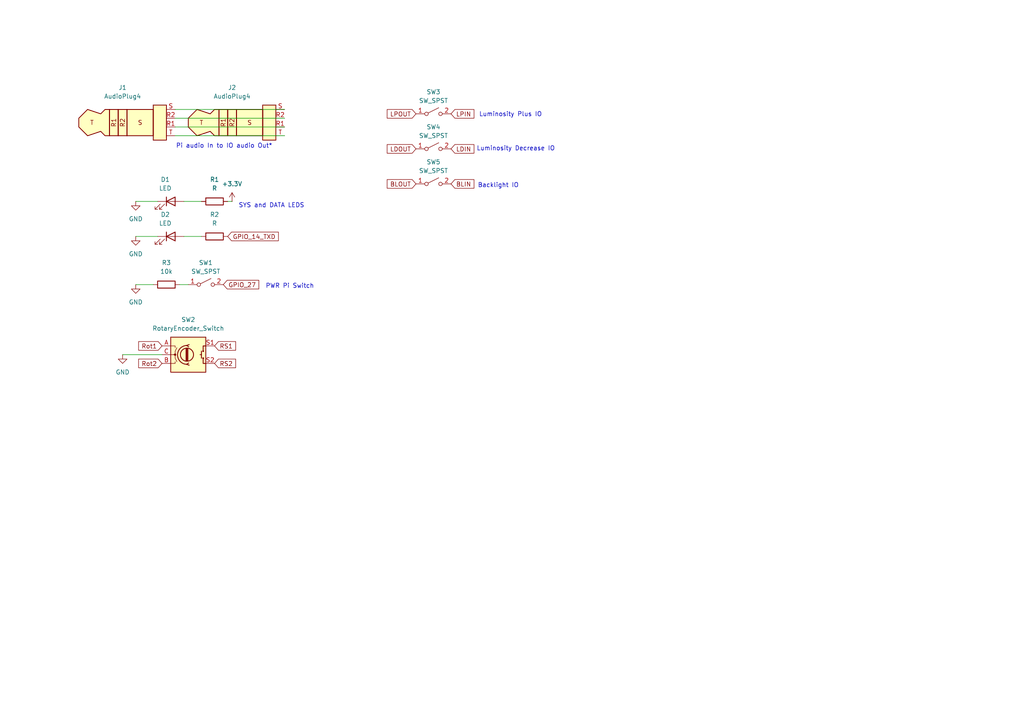
<source format=kicad_sch>
(kicad_sch
	(version 20231120)
	(generator "eeschema")
	(generator_version "8.0")
	(uuid "6c10436c-3a3d-4af3-91aa-0d462fb0b957")
	(paper "A4")
	(lib_symbols
		(symbol "Connector_Audio:AudioPlug4"
			(exclude_from_sim no)
			(in_bom yes)
			(on_board yes)
			(property "Reference" "J"
				(at 10.16 5.08 0)
				(effects
					(font
						(size 1.27 1.27)
					)
				)
			)
			(property "Value" "AudioPlug4"
				(at 11.43 -7.62 0)
				(effects
					(font
						(size 1.27 1.27)
					)
				)
			)
			(property "Footprint" ""
				(at 8.89 -2.54 0)
				(effects
					(font
						(size 1.27 1.27)
					)
					(hide yes)
				)
			)
			(property "Datasheet" "~"
				(at 8.89 -2.54 0)
				(effects
					(font
						(size 1.27 1.27)
					)
					(hide yes)
				)
			)
			(property "Description" "Audio Jack, 4 Poles (Stereo / TRRS)"
				(at 0 0 0)
				(effects
					(font
						(size 1.27 1.27)
					)
					(hide yes)
				)
			)
			(property "ki_keywords" "audio jack plug stereo headphones TRRS connector 2.5mm 3.5mm"
				(at 0 0 0)
				(effects
					(font
						(size 1.27 1.27)
					)
					(hide yes)
				)
			)
			(property "ki_fp_filters" "Plug*"
				(at 0 0 0)
				(effects
					(font
						(size 1.27 1.27)
					)
					(hide yes)
				)
			)
			(symbol "AudioPlug4_0_0"
				(text "R1"
					(at -2.54 -1.27 900)
					(effects
						(font
							(size 1.27 1.27)
						)
					)
				)
				(text "R2"
					(at 0 -1.27 900)
					(effects
						(font
							(size 1.27 1.27)
						)
					)
				)
				(text "S"
					(at 5.08 -1.27 0)
					(effects
						(font
							(size 1.27 1.27)
						)
					)
				)
				(text "T"
					(at -8.89 -1.27 0)
					(effects
						(font
							(size 1.27 1.27)
						)
					)
				)
			)
			(symbol "AudioPlug4_0_1"
				(rectangle
					(start -1.27 2.54)
					(end -3.81 -5.08)
					(stroke
						(width 0.254)
						(type default)
					)
					(fill
						(type background)
					)
				)
				(polyline
					(pts
						(xy -3.81 2.54) (xy -5.08 2.54) (xy -6.35 1.27) (xy -10.16 2.54) (xy -12.7 0) (xy -12.7 -2.54)
						(xy -10.16 -5.08) (xy -6.35 -3.81) (xy -5.08 -5.08) (xy -3.81 -5.08) (xy -3.81 2.54)
					)
					(stroke
						(width 0.254)
						(type default)
					)
					(fill
						(type background)
					)
				)
				(rectangle
					(start 1.27 2.54)
					(end -1.27 -5.08)
					(stroke
						(width 0.254)
						(type default)
					)
					(fill
						(type background)
					)
				)
				(rectangle
					(start 1.27 2.54)
					(end 8.89 -5.08)
					(stroke
						(width 0.254)
						(type default)
					)
					(fill
						(type background)
					)
				)
				(rectangle
					(start 12.7 3.81)
					(end 8.89 -6.35)
					(stroke
						(width 0.254)
						(type default)
					)
					(fill
						(type background)
					)
				)
			)
			(symbol "AudioPlug4_1_1"
				(pin passive line
					(at 15.24 -2.54 180)
					(length 2.54)
					(name "~"
						(effects
							(font
								(size 1.27 1.27)
							)
						)
					)
					(number "R1"
						(effects
							(font
								(size 1.27 1.27)
							)
						)
					)
				)
				(pin passive line
					(at 15.24 0 180)
					(length 2.54)
					(name "~"
						(effects
							(font
								(size 1.27 1.27)
							)
						)
					)
					(number "R2"
						(effects
							(font
								(size 1.27 1.27)
							)
						)
					)
				)
				(pin passive line
					(at 15.24 2.54 180)
					(length 2.54)
					(name "~"
						(effects
							(font
								(size 1.27 1.27)
							)
						)
					)
					(number "S"
						(effects
							(font
								(size 1.27 1.27)
							)
						)
					)
				)
				(pin passive line
					(at 15.24 -5.08 180)
					(length 2.54)
					(name "~"
						(effects
							(font
								(size 1.27 1.27)
							)
						)
					)
					(number "T"
						(effects
							(font
								(size 1.27 1.27)
							)
						)
					)
				)
			)
		)
		(symbol "Device:LED"
			(pin_numbers hide)
			(pin_names
				(offset 1.016) hide)
			(exclude_from_sim no)
			(in_bom yes)
			(on_board yes)
			(property "Reference" "D"
				(at 0 2.54 0)
				(effects
					(font
						(size 1.27 1.27)
					)
				)
			)
			(property "Value" "LED"
				(at 0 -2.54 0)
				(effects
					(font
						(size 1.27 1.27)
					)
				)
			)
			(property "Footprint" ""
				(at 0 0 0)
				(effects
					(font
						(size 1.27 1.27)
					)
					(hide yes)
				)
			)
			(property "Datasheet" "~"
				(at 0 0 0)
				(effects
					(font
						(size 1.27 1.27)
					)
					(hide yes)
				)
			)
			(property "Description" "Light emitting diode"
				(at 0 0 0)
				(effects
					(font
						(size 1.27 1.27)
					)
					(hide yes)
				)
			)
			(property "ki_keywords" "LED diode"
				(at 0 0 0)
				(effects
					(font
						(size 1.27 1.27)
					)
					(hide yes)
				)
			)
			(property "ki_fp_filters" "LED* LED_SMD:* LED_THT:*"
				(at 0 0 0)
				(effects
					(font
						(size 1.27 1.27)
					)
					(hide yes)
				)
			)
			(symbol "LED_0_1"
				(polyline
					(pts
						(xy -1.27 -1.27) (xy -1.27 1.27)
					)
					(stroke
						(width 0.254)
						(type default)
					)
					(fill
						(type none)
					)
				)
				(polyline
					(pts
						(xy -1.27 0) (xy 1.27 0)
					)
					(stroke
						(width 0)
						(type default)
					)
					(fill
						(type none)
					)
				)
				(polyline
					(pts
						(xy 1.27 -1.27) (xy 1.27 1.27) (xy -1.27 0) (xy 1.27 -1.27)
					)
					(stroke
						(width 0.254)
						(type default)
					)
					(fill
						(type none)
					)
				)
				(polyline
					(pts
						(xy -3.048 -0.762) (xy -4.572 -2.286) (xy -3.81 -2.286) (xy -4.572 -2.286) (xy -4.572 -1.524)
					)
					(stroke
						(width 0)
						(type default)
					)
					(fill
						(type none)
					)
				)
				(polyline
					(pts
						(xy -1.778 -0.762) (xy -3.302 -2.286) (xy -2.54 -2.286) (xy -3.302 -2.286) (xy -3.302 -1.524)
					)
					(stroke
						(width 0)
						(type default)
					)
					(fill
						(type none)
					)
				)
			)
			(symbol "LED_1_1"
				(pin passive line
					(at -3.81 0 0)
					(length 2.54)
					(name "K"
						(effects
							(font
								(size 1.27 1.27)
							)
						)
					)
					(number "1"
						(effects
							(font
								(size 1.27 1.27)
							)
						)
					)
				)
				(pin passive line
					(at 3.81 0 180)
					(length 2.54)
					(name "A"
						(effects
							(font
								(size 1.27 1.27)
							)
						)
					)
					(number "2"
						(effects
							(font
								(size 1.27 1.27)
							)
						)
					)
				)
			)
		)
		(symbol "Device:R"
			(pin_numbers hide)
			(pin_names
				(offset 0)
			)
			(exclude_from_sim no)
			(in_bom yes)
			(on_board yes)
			(property "Reference" "R"
				(at 2.032 0 90)
				(effects
					(font
						(size 1.27 1.27)
					)
				)
			)
			(property "Value" "R"
				(at 0 0 90)
				(effects
					(font
						(size 1.27 1.27)
					)
				)
			)
			(property "Footprint" ""
				(at -1.778 0 90)
				(effects
					(font
						(size 1.27 1.27)
					)
					(hide yes)
				)
			)
			(property "Datasheet" "~"
				(at 0 0 0)
				(effects
					(font
						(size 1.27 1.27)
					)
					(hide yes)
				)
			)
			(property "Description" "Resistor"
				(at 0 0 0)
				(effects
					(font
						(size 1.27 1.27)
					)
					(hide yes)
				)
			)
			(property "ki_keywords" "R res resistor"
				(at 0 0 0)
				(effects
					(font
						(size 1.27 1.27)
					)
					(hide yes)
				)
			)
			(property "ki_fp_filters" "R_*"
				(at 0 0 0)
				(effects
					(font
						(size 1.27 1.27)
					)
					(hide yes)
				)
			)
			(symbol "R_0_1"
				(rectangle
					(start -1.016 -2.54)
					(end 1.016 2.54)
					(stroke
						(width 0.254)
						(type default)
					)
					(fill
						(type none)
					)
				)
			)
			(symbol "R_1_1"
				(pin passive line
					(at 0 3.81 270)
					(length 1.27)
					(name "~"
						(effects
							(font
								(size 1.27 1.27)
							)
						)
					)
					(number "1"
						(effects
							(font
								(size 1.27 1.27)
							)
						)
					)
				)
				(pin passive line
					(at 0 -3.81 90)
					(length 1.27)
					(name "~"
						(effects
							(font
								(size 1.27 1.27)
							)
						)
					)
					(number "2"
						(effects
							(font
								(size 1.27 1.27)
							)
						)
					)
				)
			)
		)
		(symbol "Device:RotaryEncoder_Switch"
			(pin_names
				(offset 0.254) hide)
			(exclude_from_sim no)
			(in_bom yes)
			(on_board yes)
			(property "Reference" "SW"
				(at 0 6.604 0)
				(effects
					(font
						(size 1.27 1.27)
					)
				)
			)
			(property "Value" "RotaryEncoder_Switch"
				(at 0 -6.604 0)
				(effects
					(font
						(size 1.27 1.27)
					)
				)
			)
			(property "Footprint" ""
				(at -3.81 4.064 0)
				(effects
					(font
						(size 1.27 1.27)
					)
					(hide yes)
				)
			)
			(property "Datasheet" "~"
				(at 0 6.604 0)
				(effects
					(font
						(size 1.27 1.27)
					)
					(hide yes)
				)
			)
			(property "Description" "Rotary encoder, dual channel, incremental quadrate outputs, with switch"
				(at 0 0 0)
				(effects
					(font
						(size 1.27 1.27)
					)
					(hide yes)
				)
			)
			(property "ki_keywords" "rotary switch encoder switch push button"
				(at 0 0 0)
				(effects
					(font
						(size 1.27 1.27)
					)
					(hide yes)
				)
			)
			(property "ki_fp_filters" "RotaryEncoder*Switch*"
				(at 0 0 0)
				(effects
					(font
						(size 1.27 1.27)
					)
					(hide yes)
				)
			)
			(symbol "RotaryEncoder_Switch_0_1"
				(rectangle
					(start -5.08 5.08)
					(end 5.08 -5.08)
					(stroke
						(width 0.254)
						(type default)
					)
					(fill
						(type background)
					)
				)
				(circle
					(center -3.81 0)
					(radius 0.254)
					(stroke
						(width 0)
						(type default)
					)
					(fill
						(type outline)
					)
				)
				(circle
					(center -0.381 0)
					(radius 1.905)
					(stroke
						(width 0.254)
						(type default)
					)
					(fill
						(type none)
					)
				)
				(arc
					(start -0.381 2.667)
					(mid -3.0988 -0.0635)
					(end -0.381 -2.794)
					(stroke
						(width 0.254)
						(type default)
					)
					(fill
						(type none)
					)
				)
				(polyline
					(pts
						(xy -0.635 -1.778) (xy -0.635 1.778)
					)
					(stroke
						(width 0.254)
						(type default)
					)
					(fill
						(type none)
					)
				)
				(polyline
					(pts
						(xy -0.381 -1.778) (xy -0.381 1.778)
					)
					(stroke
						(width 0.254)
						(type default)
					)
					(fill
						(type none)
					)
				)
				(polyline
					(pts
						(xy -0.127 1.778) (xy -0.127 -1.778)
					)
					(stroke
						(width 0.254)
						(type default)
					)
					(fill
						(type none)
					)
				)
				(polyline
					(pts
						(xy 3.81 0) (xy 3.429 0)
					)
					(stroke
						(width 0.254)
						(type default)
					)
					(fill
						(type none)
					)
				)
				(polyline
					(pts
						(xy 3.81 1.016) (xy 3.81 -1.016)
					)
					(stroke
						(width 0.254)
						(type default)
					)
					(fill
						(type none)
					)
				)
				(polyline
					(pts
						(xy -5.08 -2.54) (xy -3.81 -2.54) (xy -3.81 -2.032)
					)
					(stroke
						(width 0)
						(type default)
					)
					(fill
						(type none)
					)
				)
				(polyline
					(pts
						(xy -5.08 2.54) (xy -3.81 2.54) (xy -3.81 2.032)
					)
					(stroke
						(width 0)
						(type default)
					)
					(fill
						(type none)
					)
				)
				(polyline
					(pts
						(xy 0.254 -3.048) (xy -0.508 -2.794) (xy 0.127 -2.413)
					)
					(stroke
						(width 0.254)
						(type default)
					)
					(fill
						(type none)
					)
				)
				(polyline
					(pts
						(xy 0.254 2.921) (xy -0.508 2.667) (xy 0.127 2.286)
					)
					(stroke
						(width 0.254)
						(type default)
					)
					(fill
						(type none)
					)
				)
				(polyline
					(pts
						(xy 5.08 -2.54) (xy 4.318 -2.54) (xy 4.318 -1.016)
					)
					(stroke
						(width 0.254)
						(type default)
					)
					(fill
						(type none)
					)
				)
				(polyline
					(pts
						(xy 5.08 2.54) (xy 4.318 2.54) (xy 4.318 1.016)
					)
					(stroke
						(width 0.254)
						(type default)
					)
					(fill
						(type none)
					)
				)
				(polyline
					(pts
						(xy -5.08 0) (xy -3.81 0) (xy -3.81 -1.016) (xy -3.302 -2.032)
					)
					(stroke
						(width 0)
						(type default)
					)
					(fill
						(type none)
					)
				)
				(polyline
					(pts
						(xy -4.318 0) (xy -3.81 0) (xy -3.81 1.016) (xy -3.302 2.032)
					)
					(stroke
						(width 0)
						(type default)
					)
					(fill
						(type none)
					)
				)
				(circle
					(center 4.318 -1.016)
					(radius 0.127)
					(stroke
						(width 0.254)
						(type default)
					)
					(fill
						(type none)
					)
				)
				(circle
					(center 4.318 1.016)
					(radius 0.127)
					(stroke
						(width 0.254)
						(type default)
					)
					(fill
						(type none)
					)
				)
			)
			(symbol "RotaryEncoder_Switch_1_1"
				(pin passive line
					(at -7.62 2.54 0)
					(length 2.54)
					(name "A"
						(effects
							(font
								(size 1.27 1.27)
							)
						)
					)
					(number "A"
						(effects
							(font
								(size 1.27 1.27)
							)
						)
					)
				)
				(pin passive line
					(at -7.62 -2.54 0)
					(length 2.54)
					(name "B"
						(effects
							(font
								(size 1.27 1.27)
							)
						)
					)
					(number "B"
						(effects
							(font
								(size 1.27 1.27)
							)
						)
					)
				)
				(pin passive line
					(at -7.62 0 0)
					(length 2.54)
					(name "C"
						(effects
							(font
								(size 1.27 1.27)
							)
						)
					)
					(number "C"
						(effects
							(font
								(size 1.27 1.27)
							)
						)
					)
				)
				(pin passive line
					(at 7.62 2.54 180)
					(length 2.54)
					(name "S1"
						(effects
							(font
								(size 1.27 1.27)
							)
						)
					)
					(number "S1"
						(effects
							(font
								(size 1.27 1.27)
							)
						)
					)
				)
				(pin passive line
					(at 7.62 -2.54 180)
					(length 2.54)
					(name "S2"
						(effects
							(font
								(size 1.27 1.27)
							)
						)
					)
					(number "S2"
						(effects
							(font
								(size 1.27 1.27)
							)
						)
					)
				)
			)
		)
		(symbol "Switch:SW_SPST"
			(pin_names
				(offset 0) hide)
			(exclude_from_sim no)
			(in_bom yes)
			(on_board yes)
			(property "Reference" "SW"
				(at 0 3.175 0)
				(effects
					(font
						(size 1.27 1.27)
					)
				)
			)
			(property "Value" "SW_SPST"
				(at 0 -2.54 0)
				(effects
					(font
						(size 1.27 1.27)
					)
				)
			)
			(property "Footprint" ""
				(at 0 0 0)
				(effects
					(font
						(size 1.27 1.27)
					)
					(hide yes)
				)
			)
			(property "Datasheet" "~"
				(at 0 0 0)
				(effects
					(font
						(size 1.27 1.27)
					)
					(hide yes)
				)
			)
			(property "Description" "Single Pole Single Throw (SPST) switch"
				(at 0 0 0)
				(effects
					(font
						(size 1.27 1.27)
					)
					(hide yes)
				)
			)
			(property "ki_keywords" "switch lever"
				(at 0 0 0)
				(effects
					(font
						(size 1.27 1.27)
					)
					(hide yes)
				)
			)
			(symbol "SW_SPST_0_0"
				(circle
					(center -2.032 0)
					(radius 0.508)
					(stroke
						(width 0)
						(type default)
					)
					(fill
						(type none)
					)
				)
				(polyline
					(pts
						(xy -1.524 0.254) (xy 1.524 1.778)
					)
					(stroke
						(width 0)
						(type default)
					)
					(fill
						(type none)
					)
				)
				(circle
					(center 2.032 0)
					(radius 0.508)
					(stroke
						(width 0)
						(type default)
					)
					(fill
						(type none)
					)
				)
			)
			(symbol "SW_SPST_1_1"
				(pin passive line
					(at -5.08 0 0)
					(length 2.54)
					(name "A"
						(effects
							(font
								(size 1.27 1.27)
							)
						)
					)
					(number "1"
						(effects
							(font
								(size 1.27 1.27)
							)
						)
					)
				)
				(pin passive line
					(at 5.08 0 180)
					(length 2.54)
					(name "B"
						(effects
							(font
								(size 1.27 1.27)
							)
						)
					)
					(number "2"
						(effects
							(font
								(size 1.27 1.27)
							)
						)
					)
				)
			)
		)
		(symbol "power:+3.3V"
			(power)
			(pin_numbers hide)
			(pin_names
				(offset 0) hide)
			(exclude_from_sim no)
			(in_bom yes)
			(on_board yes)
			(property "Reference" "#PWR"
				(at 0 -3.81 0)
				(effects
					(font
						(size 1.27 1.27)
					)
					(hide yes)
				)
			)
			(property "Value" "+3.3V"
				(at 0 3.556 0)
				(effects
					(font
						(size 1.27 1.27)
					)
				)
			)
			(property "Footprint" ""
				(at 0 0 0)
				(effects
					(font
						(size 1.27 1.27)
					)
					(hide yes)
				)
			)
			(property "Datasheet" ""
				(at 0 0 0)
				(effects
					(font
						(size 1.27 1.27)
					)
					(hide yes)
				)
			)
			(property "Description" "Power symbol creates a global label with name \"+3.3V\""
				(at 0 0 0)
				(effects
					(font
						(size 1.27 1.27)
					)
					(hide yes)
				)
			)
			(property "ki_keywords" "global power"
				(at 0 0 0)
				(effects
					(font
						(size 1.27 1.27)
					)
					(hide yes)
				)
			)
			(symbol "+3.3V_0_1"
				(polyline
					(pts
						(xy -0.762 1.27) (xy 0 2.54)
					)
					(stroke
						(width 0)
						(type default)
					)
					(fill
						(type none)
					)
				)
				(polyline
					(pts
						(xy 0 0) (xy 0 2.54)
					)
					(stroke
						(width 0)
						(type default)
					)
					(fill
						(type none)
					)
				)
				(polyline
					(pts
						(xy 0 2.54) (xy 0.762 1.27)
					)
					(stroke
						(width 0)
						(type default)
					)
					(fill
						(type none)
					)
				)
			)
			(symbol "+3.3V_1_1"
				(pin power_in line
					(at 0 0 90)
					(length 0)
					(name "~"
						(effects
							(font
								(size 1.27 1.27)
							)
						)
					)
					(number "1"
						(effects
							(font
								(size 1.27 1.27)
							)
						)
					)
				)
			)
		)
		(symbol "power:GND"
			(power)
			(pin_numbers hide)
			(pin_names
				(offset 0) hide)
			(exclude_from_sim no)
			(in_bom yes)
			(on_board yes)
			(property "Reference" "#PWR"
				(at 0 -6.35 0)
				(effects
					(font
						(size 1.27 1.27)
					)
					(hide yes)
				)
			)
			(property "Value" "GND"
				(at 0 -3.81 0)
				(effects
					(font
						(size 1.27 1.27)
					)
				)
			)
			(property "Footprint" ""
				(at 0 0 0)
				(effects
					(font
						(size 1.27 1.27)
					)
					(hide yes)
				)
			)
			(property "Datasheet" ""
				(at 0 0 0)
				(effects
					(font
						(size 1.27 1.27)
					)
					(hide yes)
				)
			)
			(property "Description" "Power symbol creates a global label with name \"GND\" , ground"
				(at 0 0 0)
				(effects
					(font
						(size 1.27 1.27)
					)
					(hide yes)
				)
			)
			(property "ki_keywords" "global power"
				(at 0 0 0)
				(effects
					(font
						(size 1.27 1.27)
					)
					(hide yes)
				)
			)
			(symbol "GND_0_1"
				(polyline
					(pts
						(xy 0 0) (xy 0 -1.27) (xy 1.27 -1.27) (xy 0 -2.54) (xy -1.27 -1.27) (xy 0 -1.27)
					)
					(stroke
						(width 0)
						(type default)
					)
					(fill
						(type none)
					)
				)
			)
			(symbol "GND_1_1"
				(pin power_in line
					(at 0 0 270)
					(length 0)
					(name "~"
						(effects
							(font
								(size 1.27 1.27)
							)
						)
					)
					(number "1"
						(effects
							(font
								(size 1.27 1.27)
							)
						)
					)
				)
			)
		)
	)
	(wire
		(pts
			(xy 39.37 58.42) (xy 45.72 58.42)
		)
		(stroke
			(width 0)
			(type default)
		)
		(uuid "2143474d-68b1-40aa-aef6-f43f7eca775b")
	)
	(wire
		(pts
			(xy 50.8 36.83) (xy 82.55 36.83)
		)
		(stroke
			(width 0)
			(type default)
		)
		(uuid "26512ea7-e282-4285-b2e3-2042fd2d2ee2")
	)
	(wire
		(pts
			(xy 67.31 58.42) (xy 66.04 58.42)
		)
		(stroke
			(width 0)
			(type default)
		)
		(uuid "3c0f7e78-85b8-451e-8474-abbdbb292c9a")
	)
	(wire
		(pts
			(xy 39.37 68.58) (xy 45.72 68.58)
		)
		(stroke
			(width 0)
			(type default)
		)
		(uuid "4978f22d-4b01-41eb-811a-7c1ac737bdf8")
	)
	(wire
		(pts
			(xy 50.8 34.29) (xy 82.55 34.29)
		)
		(stroke
			(width 0)
			(type default)
		)
		(uuid "4cfdfa01-a097-4738-af76-8ff982bb1e5a")
	)
	(wire
		(pts
			(xy 35.56 102.87) (xy 46.99 102.87)
		)
		(stroke
			(width 0)
			(type default)
		)
		(uuid "9f735726-150c-4f1d-ab40-4e386cc2dded")
	)
	(wire
		(pts
			(xy 50.8 31.75) (xy 82.55 31.75)
		)
		(stroke
			(width 0)
			(type default)
		)
		(uuid "b3fb4dda-bc5a-4a00-96c3-bd49b33e7b29")
	)
	(wire
		(pts
			(xy 53.34 58.42) (xy 58.42 58.42)
		)
		(stroke
			(width 0)
			(type default)
		)
		(uuid "bba671ea-6907-485a-9713-e48843d31bc5")
	)
	(wire
		(pts
			(xy 39.37 82.55) (xy 44.45 82.55)
		)
		(stroke
			(width 0)
			(type default)
		)
		(uuid "c3b97ec5-9bfa-4d31-a72e-396ef741e687")
	)
	(wire
		(pts
			(xy 52.07 82.55) (xy 54.61 82.55)
		)
		(stroke
			(width 0)
			(type default)
		)
		(uuid "e1a851d6-5c01-4b64-b218-d3ccf6a495fc")
	)
	(wire
		(pts
			(xy 50.8 39.37) (xy 82.55 39.37)
		)
		(stroke
			(width 0)
			(type default)
		)
		(uuid "e1ea07dc-1cfb-4384-a361-79bed42cf817")
	)
	(wire
		(pts
			(xy 53.34 68.58) (xy 58.42 68.58)
		)
		(stroke
			(width 0)
			(type default)
		)
		(uuid "e30e0860-251e-46a0-a767-a9394c5cd855")
	)
	(text "PWR Pi Switch\n"
		(exclude_from_sim no)
		(at 84.074 83.058 0)
		(effects
			(font
				(size 1.27 1.27)
			)
		)
		(uuid "00a0920c-229e-4a0f-b4ea-599dd88010e8")
	)
	(text "Backlight IO\n"
		(exclude_from_sim no)
		(at 144.526 53.848 0)
		(effects
			(font
				(size 1.27 1.27)
			)
		)
		(uuid "18c94bd9-f114-4d54-9ccf-dd84693b8766")
	)
	(text "Pi audio In to IO audio Out*"
		(exclude_from_sim no)
		(at 65.024 42.418 0)
		(effects
			(font
				(size 1.27 1.27)
			)
		)
		(uuid "4f7474e6-2007-4963-8e90-607f43d53a99")
	)
	(text "Luminosity Decrease IO"
		(exclude_from_sim no)
		(at 149.606 43.18 0)
		(effects
			(font
				(size 1.27 1.27)
			)
		)
		(uuid "9ef8f39d-e606-480c-9019-3c0fd84a48ab")
	)
	(text "SYS and DATA LEDS\n\n"
		(exclude_from_sim no)
		(at 78.74 60.706 0)
		(effects
			(font
				(size 1.27 1.27)
			)
		)
		(uuid "a0799788-7feb-4c3d-9a2c-217bb82ddcd4")
	)
	(text "Luminosity Plus IO"
		(exclude_from_sim no)
		(at 148.082 33.274 0)
		(effects
			(font
				(size 1.27 1.27)
			)
		)
		(uuid "d46d3349-921e-44ab-843f-2736b6019093")
	)
	(global_label "LPOUT"
		(shape input)
		(at 120.65 33.02 180)
		(fields_autoplaced yes)
		(effects
			(font
				(size 1.27 1.27)
			)
			(justify right)
		)
		(uuid "00549251-51b0-4c25-96c4-f98474bfd494")
		(property "Intersheetrefs" "${INTERSHEET_REFS}"
			(at 111.7381 33.02 0)
			(effects
				(font
					(size 1.27 1.27)
				)
				(justify right)
				(hide yes)
			)
		)
	)
	(global_label "BLIN"
		(shape input)
		(at 130.81 53.34 0)
		(fields_autoplaced yes)
		(effects
			(font
				(size 1.27 1.27)
			)
			(justify left)
		)
		(uuid "195be370-756e-4471-8513-e1d3257b59a1")
		(property "Intersheetrefs" "${INTERSHEET_REFS}"
			(at 138.0286 53.34 0)
			(effects
				(font
					(size 1.27 1.27)
				)
				(justify left)
				(hide yes)
			)
		)
	)
	(global_label "Rot1"
		(shape input)
		(at 46.99 100.33 180)
		(fields_autoplaced yes)
		(effects
			(font
				(size 1.27 1.27)
			)
			(justify right)
		)
		(uuid "1bff5a31-fddd-4376-be9b-451b5858d4ab")
		(property "Intersheetrefs" "${INTERSHEET_REFS}"
			(at 39.6506 100.33 0)
			(effects
				(font
					(size 1.27 1.27)
				)
				(justify right)
				(hide yes)
			)
		)
	)
	(global_label "LDIN"
		(shape input)
		(at 130.81 43.18 0)
		(fields_autoplaced yes)
		(effects
			(font
				(size 1.27 1.27)
			)
			(justify left)
		)
		(uuid "1edba73b-cd85-4fbe-9759-734ae67c5472")
		(property "Intersheetrefs" "${INTERSHEET_REFS}"
			(at 138.0286 43.18 0)
			(effects
				(font
					(size 1.27 1.27)
				)
				(justify left)
				(hide yes)
			)
		)
	)
	(global_label "GPIO_27"
		(shape input)
		(at 64.77 82.55 0)
		(fields_autoplaced yes)
		(effects
			(font
				(size 1.27 1.27)
			)
			(justify left)
		)
		(uuid "30634d75-4a06-4a76-83d1-2be7a631ac10")
		(property "Intersheetrefs" "${INTERSHEET_REFS}"
			(at 75.6171 82.55 0)
			(effects
				(font
					(size 1.27 1.27)
				)
				(justify left)
				(hide yes)
			)
		)
	)
	(global_label "RS2"
		(shape input)
		(at 62.23 105.41 0)
		(fields_autoplaced yes)
		(effects
			(font
				(size 1.27 1.27)
			)
			(justify left)
		)
		(uuid "3494ba4b-a251-4277-9a92-728c8bc140c6")
		(property "Intersheetrefs" "${INTERSHEET_REFS}"
			(at 68.9042 105.41 0)
			(effects
				(font
					(size 1.27 1.27)
				)
				(justify left)
				(hide yes)
			)
		)
	)
	(global_label "LPIN"
		(shape input)
		(at 130.81 33.02 0)
		(fields_autoplaced yes)
		(effects
			(font
				(size 1.27 1.27)
			)
			(justify left)
		)
		(uuid "34cc6d0a-1547-4528-b91a-053754e85a0d")
		(property "Intersheetrefs" "${INTERSHEET_REFS}"
			(at 138.0286 33.02 0)
			(effects
				(font
					(size 1.27 1.27)
				)
				(justify left)
				(hide yes)
			)
		)
	)
	(global_label "GPIO_14_TXD"
		(shape input)
		(at 66.04 68.58 0)
		(fields_autoplaced yes)
		(effects
			(font
				(size 1.27 1.27)
			)
			(justify left)
		)
		(uuid "38a611b6-949d-4b28-bb45-3da47543d99c")
		(property "Intersheetrefs" "${INTERSHEET_REFS}"
			(at 81.3018 68.58 0)
			(effects
				(font
					(size 1.27 1.27)
				)
				(justify left)
				(hide yes)
			)
		)
	)
	(global_label "Rot2"
		(shape input)
		(at 46.99 105.41 180)
		(fields_autoplaced yes)
		(effects
			(font
				(size 1.27 1.27)
			)
			(justify right)
		)
		(uuid "4175183e-c0b1-4fc4-ac70-084b5c1827f5")
		(property "Intersheetrefs" "${INTERSHEET_REFS}"
			(at 39.6506 105.41 0)
			(effects
				(font
					(size 1.27 1.27)
				)
				(justify right)
				(hide yes)
			)
		)
	)
	(global_label "RS1"
		(shape input)
		(at 62.23 100.33 0)
		(fields_autoplaced yes)
		(effects
			(font
				(size 1.27 1.27)
			)
			(justify left)
		)
		(uuid "6f5030d4-c37e-496f-8c35-ff28fbe42825")
		(property "Intersheetrefs" "${INTERSHEET_REFS}"
			(at 68.9042 100.33 0)
			(effects
				(font
					(size 1.27 1.27)
				)
				(justify left)
				(hide yes)
			)
		)
	)
	(global_label "LDOUT"
		(shape input)
		(at 120.65 43.18 180)
		(fields_autoplaced yes)
		(effects
			(font
				(size 1.27 1.27)
			)
			(justify right)
		)
		(uuid "b91c5929-de82-4f3e-a11c-40fe1014e759")
		(property "Intersheetrefs" "${INTERSHEET_REFS}"
			(at 111.7381 43.18 0)
			(effects
				(font
					(size 1.27 1.27)
				)
				(justify right)
				(hide yes)
			)
		)
	)
	(global_label "BLOUT"
		(shape input)
		(at 120.65 53.34 180)
		(fields_autoplaced yes)
		(effects
			(font
				(size 1.27 1.27)
			)
			(justify right)
		)
		(uuid "c015cb0d-4e08-46cd-8416-9bc5b7c5c9cf")
		(property "Intersheetrefs" "${INTERSHEET_REFS}"
			(at 111.7381 53.34 0)
			(effects
				(font
					(size 1.27 1.27)
				)
				(justify right)
				(hide yes)
			)
		)
	)
	(symbol
		(lib_id "power:GND")
		(at 35.56 102.87 0)
		(unit 1)
		(exclude_from_sim no)
		(in_bom yes)
		(on_board yes)
		(dnp no)
		(fields_autoplaced yes)
		(uuid "2199bd31-a4ed-4ae8-8f99-ba96657ff04a")
		(property "Reference" "#PWR04"
			(at 35.56 109.22 0)
			(effects
				(font
					(size 1.27 1.27)
				)
				(hide yes)
			)
		)
		(property "Value" "GND"
			(at 35.56 107.95 0)
			(effects
				(font
					(size 1.27 1.27)
				)
			)
		)
		(property "Footprint" ""
			(at 35.56 102.87 0)
			(effects
				(font
					(size 1.27 1.27)
				)
				(hide yes)
			)
		)
		(property "Datasheet" ""
			(at 35.56 102.87 0)
			(effects
				(font
					(size 1.27 1.27)
				)
				(hide yes)
			)
		)
		(property "Description" "Power symbol creates a global label with name \"GND\" , ground"
			(at 35.56 102.87 0)
			(effects
				(font
					(size 1.27 1.27)
				)
				(hide yes)
			)
		)
		(pin "1"
			(uuid "5764d266-675d-42dc-ae17-2912a5411b96")
		)
		(instances
			(project "FIO"
				(path "/6c10436c-3a3d-4af3-91aa-0d462fb0b957"
					(reference "#PWR04")
					(unit 1)
				)
			)
		)
	)
	(symbol
		(lib_id "Switch:SW_SPST")
		(at 125.73 43.18 0)
		(unit 1)
		(exclude_from_sim no)
		(in_bom yes)
		(on_board yes)
		(dnp no)
		(fields_autoplaced yes)
		(uuid "2562c75b-0f66-4909-897e-ceb73797328a")
		(property "Reference" "SW4"
			(at 125.73 36.83 0)
			(effects
				(font
					(size 1.27 1.27)
				)
			)
		)
		(property "Value" "SW_SPST"
			(at 125.73 39.37 0)
			(effects
				(font
					(size 1.27 1.27)
				)
			)
		)
		(property "Footprint" ""
			(at 125.73 43.18 0)
			(effects
				(font
					(size 1.27 1.27)
				)
				(hide yes)
			)
		)
		(property "Datasheet" "~"
			(at 125.73 43.18 0)
			(effects
				(font
					(size 1.27 1.27)
				)
				(hide yes)
			)
		)
		(property "Description" "Single Pole Single Throw (SPST) switch"
			(at 125.73 43.18 0)
			(effects
				(font
					(size 1.27 1.27)
				)
				(hide yes)
			)
		)
		(pin "1"
			(uuid "00fca316-6f3c-4920-9569-a01924af9bd3")
		)
		(pin "2"
			(uuid "f7b1901f-24ad-49ec-8190-1f959fd36005")
		)
		(instances
			(project "FIO"
				(path "/6c10436c-3a3d-4af3-91aa-0d462fb0b957"
					(reference "SW4")
					(unit 1)
				)
			)
		)
	)
	(symbol
		(lib_id "Switch:SW_SPST")
		(at 125.73 53.34 0)
		(unit 1)
		(exclude_from_sim no)
		(in_bom yes)
		(on_board yes)
		(dnp no)
		(fields_autoplaced yes)
		(uuid "34b166b1-f40e-4684-9890-2afc9e9e7ada")
		(property "Reference" "SW5"
			(at 125.73 46.99 0)
			(effects
				(font
					(size 1.27 1.27)
				)
			)
		)
		(property "Value" "SW_SPST"
			(at 125.73 49.53 0)
			(effects
				(font
					(size 1.27 1.27)
				)
			)
		)
		(property "Footprint" ""
			(at 125.73 53.34 0)
			(effects
				(font
					(size 1.27 1.27)
				)
				(hide yes)
			)
		)
		(property "Datasheet" "~"
			(at 125.73 53.34 0)
			(effects
				(font
					(size 1.27 1.27)
				)
				(hide yes)
			)
		)
		(property "Description" "Single Pole Single Throw (SPST) switch"
			(at 125.73 53.34 0)
			(effects
				(font
					(size 1.27 1.27)
				)
				(hide yes)
			)
		)
		(pin "1"
			(uuid "aabf8910-6ad7-4dab-9d15-bc94ed1ed6e3")
		)
		(pin "2"
			(uuid "4256ea13-6921-4d0a-8160-e208ee38c7b8")
		)
		(instances
			(project "FIO"
				(path "/6c10436c-3a3d-4af3-91aa-0d462fb0b957"
					(reference "SW5")
					(unit 1)
				)
			)
		)
	)
	(symbol
		(lib_id "Device:R")
		(at 62.23 68.58 90)
		(unit 1)
		(exclude_from_sim no)
		(in_bom yes)
		(on_board yes)
		(dnp no)
		(fields_autoplaced yes)
		(uuid "4e0af8a5-6276-4a67-ab54-cb7e8a562940")
		(property "Reference" "R2"
			(at 62.23 62.23 90)
			(effects
				(font
					(size 1.27 1.27)
				)
			)
		)
		(property "Value" "R"
			(at 62.23 64.77 90)
			(effects
				(font
					(size 1.27 1.27)
				)
			)
		)
		(property "Footprint" ""
			(at 62.23 70.358 90)
			(effects
				(font
					(size 1.27 1.27)
				)
				(hide yes)
			)
		)
		(property "Datasheet" "~"
			(at 62.23 68.58 0)
			(effects
				(font
					(size 1.27 1.27)
				)
				(hide yes)
			)
		)
		(property "Description" "Resistor"
			(at 62.23 68.58 0)
			(effects
				(font
					(size 1.27 1.27)
				)
				(hide yes)
			)
		)
		(pin "2"
			(uuid "e69e95d9-6661-425d-b3a5-fcd86c1cef4a")
		)
		(pin "1"
			(uuid "466a5606-8e6b-40ef-a0d2-ade59b45502b")
		)
		(instances
			(project "FIO"
				(path "/6c10436c-3a3d-4af3-91aa-0d462fb0b957"
					(reference "R2")
					(unit 1)
				)
			)
		)
	)
	(symbol
		(lib_id "power:GND")
		(at 39.37 82.55 0)
		(unit 1)
		(exclude_from_sim no)
		(in_bom yes)
		(on_board yes)
		(dnp no)
		(fields_autoplaced yes)
		(uuid "641c48f5-dc3d-4269-87c4-15e97d7e7812")
		(property "Reference" "#PWR03"
			(at 39.37 88.9 0)
			(effects
				(font
					(size 1.27 1.27)
				)
				(hide yes)
			)
		)
		(property "Value" "GND"
			(at 39.37 87.63 0)
			(effects
				(font
					(size 1.27 1.27)
				)
			)
		)
		(property "Footprint" ""
			(at 39.37 82.55 0)
			(effects
				(font
					(size 1.27 1.27)
				)
				(hide yes)
			)
		)
		(property "Datasheet" ""
			(at 39.37 82.55 0)
			(effects
				(font
					(size 1.27 1.27)
				)
				(hide yes)
			)
		)
		(property "Description" "Power symbol creates a global label with name \"GND\" , ground"
			(at 39.37 82.55 0)
			(effects
				(font
					(size 1.27 1.27)
				)
				(hide yes)
			)
		)
		(pin "1"
			(uuid "5daffc9b-391a-4137-ba1a-1f93f77b09b4")
		)
		(instances
			(project "FIO"
				(path "/6c10436c-3a3d-4af3-91aa-0d462fb0b957"
					(reference "#PWR03")
					(unit 1)
				)
			)
		)
	)
	(symbol
		(lib_id "Device:RotaryEncoder_Switch")
		(at 54.61 102.87 0)
		(unit 1)
		(exclude_from_sim no)
		(in_bom yes)
		(on_board yes)
		(dnp no)
		(fields_autoplaced yes)
		(uuid "65accc30-ba9b-425b-a4e8-3da32db0d635")
		(property "Reference" "SW2"
			(at 54.61 92.71 0)
			(effects
				(font
					(size 1.27 1.27)
				)
			)
		)
		(property "Value" "RotaryEncoder_Switch"
			(at 54.61 95.25 0)
			(effects
				(font
					(size 1.27 1.27)
				)
			)
		)
		(property "Footprint" ""
			(at 50.8 98.806 0)
			(effects
				(font
					(size 1.27 1.27)
				)
				(hide yes)
			)
		)
		(property "Datasheet" "~"
			(at 54.61 96.266 0)
			(effects
				(font
					(size 1.27 1.27)
				)
				(hide yes)
			)
		)
		(property "Description" "Rotary encoder, dual channel, incremental quadrate outputs, with switch"
			(at 54.61 102.87 0)
			(effects
				(font
					(size 1.27 1.27)
				)
				(hide yes)
			)
		)
		(pin "S1"
			(uuid "49d4f1f9-423e-4b26-942a-2eaa030a8749")
		)
		(pin "A"
			(uuid "8f1beebd-35fc-4f0c-bca2-33edeb260a45")
		)
		(pin "B"
			(uuid "c916b8e4-5889-42be-9165-1bd3d8faee9c")
		)
		(pin "C"
			(uuid "74aa4b4a-b6eb-47fa-ac41-180d23554ae9")
		)
		(pin "S2"
			(uuid "d1d346d5-184e-4f94-9e52-16ac1a9e3d3f")
		)
		(instances
			(project "FIO"
				(path "/6c10436c-3a3d-4af3-91aa-0d462fb0b957"
					(reference "SW2")
					(unit 1)
				)
			)
		)
	)
	(symbol
		(lib_id "power:GND")
		(at 39.37 68.58 0)
		(unit 1)
		(exclude_from_sim no)
		(in_bom yes)
		(on_board yes)
		(dnp no)
		(fields_autoplaced yes)
		(uuid "7f7a83ef-f9a2-4404-bbc8-eed81eb3c6d4")
		(property "Reference" "#PWR02"
			(at 39.37 74.93 0)
			(effects
				(font
					(size 1.27 1.27)
				)
				(hide yes)
			)
		)
		(property "Value" "GND"
			(at 39.37 73.66 0)
			(effects
				(font
					(size 1.27 1.27)
				)
			)
		)
		(property "Footprint" ""
			(at 39.37 68.58 0)
			(effects
				(font
					(size 1.27 1.27)
				)
				(hide yes)
			)
		)
		(property "Datasheet" ""
			(at 39.37 68.58 0)
			(effects
				(font
					(size 1.27 1.27)
				)
				(hide yes)
			)
		)
		(property "Description" "Power symbol creates a global label with name \"GND\" , ground"
			(at 39.37 68.58 0)
			(effects
				(font
					(size 1.27 1.27)
				)
				(hide yes)
			)
		)
		(pin "1"
			(uuid "862d451f-6f0b-4db8-9f88-cb706182f7a1")
		)
		(instances
			(project "FIO"
				(path "/6c10436c-3a3d-4af3-91aa-0d462fb0b957"
					(reference "#PWR02")
					(unit 1)
				)
			)
		)
	)
	(symbol
		(lib_id "Switch:SW_SPST")
		(at 125.73 33.02 0)
		(unit 1)
		(exclude_from_sim no)
		(in_bom yes)
		(on_board yes)
		(dnp no)
		(fields_autoplaced yes)
		(uuid "8051f6e5-a950-41f5-99a9-529c028be761")
		(property "Reference" "SW3"
			(at 125.73 26.67 0)
			(effects
				(font
					(size 1.27 1.27)
				)
			)
		)
		(property "Value" "SW_SPST"
			(at 125.73 29.21 0)
			(effects
				(font
					(size 1.27 1.27)
				)
			)
		)
		(property "Footprint" ""
			(at 125.73 33.02 0)
			(effects
				(font
					(size 1.27 1.27)
				)
				(hide yes)
			)
		)
		(property "Datasheet" "~"
			(at 125.73 33.02 0)
			(effects
				(font
					(size 1.27 1.27)
				)
				(hide yes)
			)
		)
		(property "Description" "Single Pole Single Throw (SPST) switch"
			(at 125.73 33.02 0)
			(effects
				(font
					(size 1.27 1.27)
				)
				(hide yes)
			)
		)
		(pin "1"
			(uuid "91ffed84-d15a-4f4b-a341-895eb96a012a")
		)
		(pin "2"
			(uuid "8676e08a-82d1-49f5-9356-97811088625c")
		)
		(instances
			(project "FIO"
				(path "/6c10436c-3a3d-4af3-91aa-0d462fb0b957"
					(reference "SW3")
					(unit 1)
				)
			)
		)
	)
	(symbol
		(lib_id "Switch:SW_SPST")
		(at 59.69 82.55 0)
		(unit 1)
		(exclude_from_sim no)
		(in_bom yes)
		(on_board yes)
		(dnp no)
		(fields_autoplaced yes)
		(uuid "86e2a53e-7822-4e09-9306-1f74bf106609")
		(property "Reference" "SW1"
			(at 59.69 76.2 0)
			(effects
				(font
					(size 1.27 1.27)
				)
			)
		)
		(property "Value" "SW_SPST"
			(at 59.69 78.74 0)
			(effects
				(font
					(size 1.27 1.27)
				)
			)
		)
		(property "Footprint" ""
			(at 59.69 82.55 0)
			(effects
				(font
					(size 1.27 1.27)
				)
				(hide yes)
			)
		)
		(property "Datasheet" "~"
			(at 59.69 82.55 0)
			(effects
				(font
					(size 1.27 1.27)
				)
				(hide yes)
			)
		)
		(property "Description" "Single Pole Single Throw (SPST) switch"
			(at 59.69 82.55 0)
			(effects
				(font
					(size 1.27 1.27)
				)
				(hide yes)
			)
		)
		(pin "1"
			(uuid "646808b9-4575-4218-a72d-89a5e5465de2")
		)
		(pin "2"
			(uuid "a4156ff0-3fe9-4964-8a9c-ebde63a014ba")
		)
		(instances
			(project "FIO"
				(path "/6c10436c-3a3d-4af3-91aa-0d462fb0b957"
					(reference "SW1")
					(unit 1)
				)
			)
		)
	)
	(symbol
		(lib_id "Device:LED")
		(at 49.53 58.42 0)
		(unit 1)
		(exclude_from_sim no)
		(in_bom yes)
		(on_board yes)
		(dnp no)
		(fields_autoplaced yes)
		(uuid "8d453bd2-3b61-4447-93e6-d1521b7d513c")
		(property "Reference" "D1"
			(at 47.9425 52.07 0)
			(effects
				(font
					(size 1.27 1.27)
				)
			)
		)
		(property "Value" "LED"
			(at 47.9425 54.61 0)
			(effects
				(font
					(size 1.27 1.27)
				)
			)
		)
		(property "Footprint" ""
			(at 49.53 58.42 0)
			(effects
				(font
					(size 1.27 1.27)
				)
				(hide yes)
			)
		)
		(property "Datasheet" "~"
			(at 49.53 58.42 0)
			(effects
				(font
					(size 1.27 1.27)
				)
				(hide yes)
			)
		)
		(property "Description" "Light emitting diode"
			(at 49.53 58.42 0)
			(effects
				(font
					(size 1.27 1.27)
				)
				(hide yes)
			)
		)
		(pin "2"
			(uuid "5f4266f6-3ee1-4f9b-bc29-91c2a5ad2190")
		)
		(pin "1"
			(uuid "33f0938d-ea85-4c81-b84e-8dc332e9d68f")
		)
		(instances
			(project "FIO"
				(path "/6c10436c-3a3d-4af3-91aa-0d462fb0b957"
					(reference "D1")
					(unit 1)
				)
			)
		)
	)
	(symbol
		(lib_id "Device:R")
		(at 48.26 82.55 90)
		(unit 1)
		(exclude_from_sim no)
		(in_bom yes)
		(on_board yes)
		(dnp no)
		(fields_autoplaced yes)
		(uuid "9c939276-a117-4dca-b295-e45b1bfa5bb7")
		(property "Reference" "R3"
			(at 48.26 76.2 90)
			(effects
				(font
					(size 1.27 1.27)
				)
			)
		)
		(property "Value" "10k"
			(at 48.26 78.74 90)
			(effects
				(font
					(size 1.27 1.27)
				)
			)
		)
		(property "Footprint" ""
			(at 48.26 84.328 90)
			(effects
				(font
					(size 1.27 1.27)
				)
				(hide yes)
			)
		)
		(property "Datasheet" "~"
			(at 48.26 82.55 0)
			(effects
				(font
					(size 1.27 1.27)
				)
				(hide yes)
			)
		)
		(property "Description" "Resistor"
			(at 48.26 82.55 0)
			(effects
				(font
					(size 1.27 1.27)
				)
				(hide yes)
			)
		)
		(pin "1"
			(uuid "3ee87de8-4ab7-4f5b-b501-f90c0bc1a266")
		)
		(pin "2"
			(uuid "f6a50e49-5666-40cb-98fc-7c78117620c1")
		)
		(instances
			(project "FIO"
				(path "/6c10436c-3a3d-4af3-91aa-0d462fb0b957"
					(reference "R3")
					(unit 1)
				)
			)
		)
	)
	(symbol
		(lib_id "power:+3.3V")
		(at 67.31 58.42 0)
		(unit 1)
		(exclude_from_sim no)
		(in_bom yes)
		(on_board yes)
		(dnp no)
		(fields_autoplaced yes)
		(uuid "9e91677a-ecd5-42f5-9353-11d6b7c97f10")
		(property "Reference" "#PWR05"
			(at 67.31 62.23 0)
			(effects
				(font
					(size 1.27 1.27)
				)
				(hide yes)
			)
		)
		(property "Value" "+3.3V"
			(at 67.31 53.34 0)
			(effects
				(font
					(size 1.27 1.27)
				)
			)
		)
		(property "Footprint" ""
			(at 67.31 58.42 0)
			(effects
				(font
					(size 1.27 1.27)
				)
				(hide yes)
			)
		)
		(property "Datasheet" ""
			(at 67.31 58.42 0)
			(effects
				(font
					(size 1.27 1.27)
				)
				(hide yes)
			)
		)
		(property "Description" "Power symbol creates a global label with name \"+3.3V\""
			(at 67.31 58.42 0)
			(effects
				(font
					(size 1.27 1.27)
				)
				(hide yes)
			)
		)
		(pin "1"
			(uuid "9ce6c706-462e-47a8-b654-681fcc5bef83")
		)
		(instances
			(project "FIO"
				(path "/6c10436c-3a3d-4af3-91aa-0d462fb0b957"
					(reference "#PWR05")
					(unit 1)
				)
			)
		)
	)
	(symbol
		(lib_id "power:GND")
		(at 39.37 58.42 0)
		(unit 1)
		(exclude_from_sim no)
		(in_bom yes)
		(on_board yes)
		(dnp no)
		(fields_autoplaced yes)
		(uuid "a88ef4b2-1ed8-48ed-a9f8-e146a949f629")
		(property "Reference" "#PWR01"
			(at 39.37 64.77 0)
			(effects
				(font
					(size 1.27 1.27)
				)
				(hide yes)
			)
		)
		(property "Value" "GND"
			(at 39.37 63.5 0)
			(effects
				(font
					(size 1.27 1.27)
				)
			)
		)
		(property "Footprint" ""
			(at 39.37 58.42 0)
			(effects
				(font
					(size 1.27 1.27)
				)
				(hide yes)
			)
		)
		(property "Datasheet" ""
			(at 39.37 58.42 0)
			(effects
				(font
					(size 1.27 1.27)
				)
				(hide yes)
			)
		)
		(property "Description" "Power symbol creates a global label with name \"GND\" , ground"
			(at 39.37 58.42 0)
			(effects
				(font
					(size 1.27 1.27)
				)
				(hide yes)
			)
		)
		(pin "1"
			(uuid "ea27002a-703e-4dc9-99ff-6cfe1989071f")
		)
		(instances
			(project "FIO"
				(path "/6c10436c-3a3d-4af3-91aa-0d462fb0b957"
					(reference "#PWR01")
					(unit 1)
				)
			)
		)
	)
	(symbol
		(lib_id "Connector_Audio:AudioPlug4")
		(at 35.56 34.29 0)
		(unit 1)
		(exclude_from_sim no)
		(in_bom yes)
		(on_board yes)
		(dnp no)
		(fields_autoplaced yes)
		(uuid "d981e873-ae2f-486b-8db2-25fe3ab4ce5a")
		(property "Reference" "J1"
			(at 35.56 25.4 0)
			(effects
				(font
					(size 1.27 1.27)
				)
			)
		)
		(property "Value" "AudioPlug4"
			(at 35.56 27.94 0)
			(effects
				(font
					(size 1.27 1.27)
				)
			)
		)
		(property "Footprint" ""
			(at 44.45 36.83 0)
			(effects
				(font
					(size 1.27 1.27)
				)
				(hide yes)
			)
		)
		(property "Datasheet" "~"
			(at 44.45 36.83 0)
			(effects
				(font
					(size 1.27 1.27)
				)
				(hide yes)
			)
		)
		(property "Description" "Audio Jack, 4 Poles (Stereo / TRRS)"
			(at 35.56 34.29 0)
			(effects
				(font
					(size 1.27 1.27)
				)
				(hide yes)
			)
		)
		(pin "R1"
			(uuid "d4972842-f0a3-4d8e-a07b-7aa4d638e3be")
		)
		(pin "S"
			(uuid "59333230-93f8-4e34-84c7-42824226cd02")
		)
		(pin "T"
			(uuid "1747a70e-ea6c-4b68-a3fb-5fa57e8c9315")
		)
		(pin "R2"
			(uuid "82a8f25b-457f-47ae-9d89-fd9093048180")
		)
		(instances
			(project "FIO"
				(path "/6c10436c-3a3d-4af3-91aa-0d462fb0b957"
					(reference "J1")
					(unit 1)
				)
			)
		)
	)
	(symbol
		(lib_id "Device:R")
		(at 62.23 58.42 90)
		(unit 1)
		(exclude_from_sim no)
		(in_bom yes)
		(on_board yes)
		(dnp no)
		(fields_autoplaced yes)
		(uuid "e878ebf8-9227-48b9-9a6e-fd4f6326b264")
		(property "Reference" "R1"
			(at 62.23 52.07 90)
			(effects
				(font
					(size 1.27 1.27)
				)
			)
		)
		(property "Value" "R"
			(at 62.23 54.61 90)
			(effects
				(font
					(size 1.27 1.27)
				)
			)
		)
		(property "Footprint" ""
			(at 62.23 60.198 90)
			(effects
				(font
					(size 1.27 1.27)
				)
				(hide yes)
			)
		)
		(property "Datasheet" "~"
			(at 62.23 58.42 0)
			(effects
				(font
					(size 1.27 1.27)
				)
				(hide yes)
			)
		)
		(property "Description" "Resistor"
			(at 62.23 58.42 0)
			(effects
				(font
					(size 1.27 1.27)
				)
				(hide yes)
			)
		)
		(pin "1"
			(uuid "238e8f7b-4f9d-42cb-a716-6d5b48f2f86d")
		)
		(pin "2"
			(uuid "25d02504-2d93-44db-a3d8-9392480b52df")
		)
		(instances
			(project "FIO"
				(path "/6c10436c-3a3d-4af3-91aa-0d462fb0b957"
					(reference "R1")
					(unit 1)
				)
			)
		)
	)
	(symbol
		(lib_id "Device:LED")
		(at 49.53 68.58 0)
		(unit 1)
		(exclude_from_sim no)
		(in_bom yes)
		(on_board yes)
		(dnp no)
		(fields_autoplaced yes)
		(uuid "eb240555-d227-4b00-bebd-0827d1d03d75")
		(property "Reference" "D2"
			(at 47.9425 62.23 0)
			(effects
				(font
					(size 1.27 1.27)
				)
			)
		)
		(property "Value" "LED"
			(at 47.9425 64.77 0)
			(effects
				(font
					(size 1.27 1.27)
				)
			)
		)
		(property "Footprint" ""
			(at 49.53 68.58 0)
			(effects
				(font
					(size 1.27 1.27)
				)
				(hide yes)
			)
		)
		(property "Datasheet" "~"
			(at 49.53 68.58 0)
			(effects
				(font
					(size 1.27 1.27)
				)
				(hide yes)
			)
		)
		(property "Description" "Light emitting diode"
			(at 49.53 68.58 0)
			(effects
				(font
					(size 1.27 1.27)
				)
				(hide yes)
			)
		)
		(pin "2"
			(uuid "6ba1334d-773a-4ff2-8243-db309cc30bb1")
		)
		(pin "1"
			(uuid "55b9ed1a-7ed0-4b5e-9f49-9141ad3f0065")
		)
		(instances
			(project "FIO"
				(path "/6c10436c-3a3d-4af3-91aa-0d462fb0b957"
					(reference "D2")
					(unit 1)
				)
			)
		)
	)
	(symbol
		(lib_id "Connector_Audio:AudioPlug4")
		(at 67.31 34.29 0)
		(unit 1)
		(exclude_from_sim no)
		(in_bom yes)
		(on_board yes)
		(dnp no)
		(fields_autoplaced yes)
		(uuid "fe756348-8896-4a30-a84e-13647c6ac5ea")
		(property "Reference" "J2"
			(at 67.31 25.4 0)
			(effects
				(font
					(size 1.27 1.27)
				)
			)
		)
		(property "Value" "AudioPlug4"
			(at 67.31 27.94 0)
			(effects
				(font
					(size 1.27 1.27)
				)
			)
		)
		(property "Footprint" ""
			(at 76.2 36.83 0)
			(effects
				(font
					(size 1.27 1.27)
				)
				(hide yes)
			)
		)
		(property "Datasheet" "~"
			(at 76.2 36.83 0)
			(effects
				(font
					(size 1.27 1.27)
				)
				(hide yes)
			)
		)
		(property "Description" "Audio Jack, 4 Poles (Stereo / TRRS)"
			(at 67.31 34.29 0)
			(effects
				(font
					(size 1.27 1.27)
				)
				(hide yes)
			)
		)
		(pin "R1"
			(uuid "f3e545f1-9d78-4a73-ba35-edbd3943f11a")
		)
		(pin "S"
			(uuid "eca05670-8740-43b2-8003-6ac2c8242809")
		)
		(pin "T"
			(uuid "ae78fbcb-d417-498d-a232-809d62762c84")
		)
		(pin "R2"
			(uuid "03d7c6bf-39d0-44e1-b46d-56ea3b12db4e")
		)
		(instances
			(project "FIO"
				(path "/6c10436c-3a3d-4af3-91aa-0d462fb0b957"
					(reference "J2")
					(unit 1)
				)
			)
		)
	)
	(sheet_instances
		(path "/"
			(page "1")
		)
	)
)
</source>
